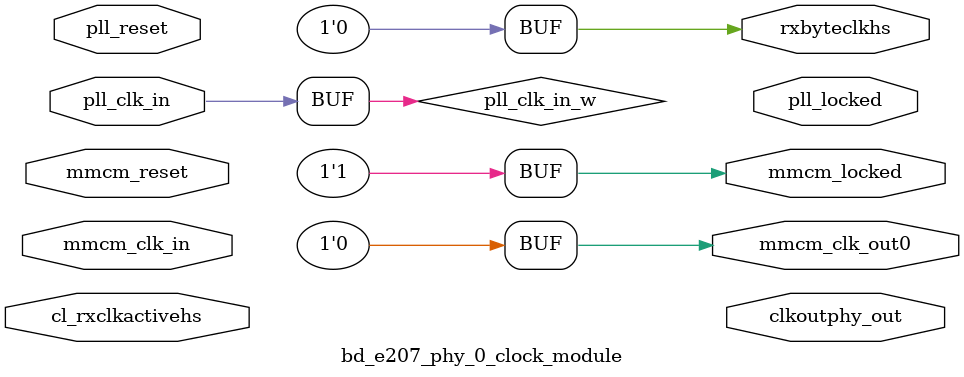
<source format=v>

`timescale 1ps/1ps

(* DowngradeIPIdentifiedWarnings="yes" *)
module bd_e207_phy_0_clock_module
#(
   parameter C_DPHY_LANES = 2,
   parameter MTBF_SYNC_STAGES = 3,
   parameter C_HS_LINE_RATE = 1000,
   parameter C_STABLE_CLK_PERIOD = 10,
   parameter C_TXPLL_CLKIN_PERIOD = 8.0,
   parameter EN_DPHY_IO = 1
   )
   (
       input               mmcm_clk_in,
       output              mmcm_clk_out0,
       input               cl_rxclkactivehs,
       output              rxbyteclkhs,
       input               pll_clk_in,
       output              clkoutphy_out,
       output              pll_locked,
       input               pll_reset,
       output              mmcm_locked,
       input               mmcm_reset
   );

   wire               pll_clk_in_w;
   wire               pll_locked_w;
   wire               pll_locked_sync;
   reg                clkoutphy_en;
   reg  [7:0]         clkoutphy_en_cntr;


assign  rxbyteclkhs   = 1'b0;
assign  mmcm_locked   = 1'b1;
assign  mmcm_clk_out0 = 1'b0;
assign  pll_clk_in_w  = pll_clk_in;

   //TXPLL Attributes for 1500 MHz CLKOUTPHY
   localparam  C_TXPLL_CLKIN_PERIOD_T   = 5.000;
   localparam  C_TXPLL_CLKOUTPHY_MODE   = "VCO";
   localparam  C_PLL_DIVCLK_DIVIDE      = 2;
   localparam  C_TXPLL_CLKFBOUT_MULT    = 15;
   localparam  C_TXPLL_CLKOUT0_DIVIDE   = 8;
   localparam  C_TXPLL_CLKOUT1_DIVIDE   = 8;

// This below logic will not get generated for Design (i.e. It will be
// generated for Exdes)
// As this module itself will not get generated if support level is 0
// This module is being used for Exdes So below logic has to be there

// ONLY FOR VERSAL 
//
// This below logic will not get generated for Design (i.e. It will be
// generated for Exdes)
// As this module itself will not get generated if support level is 0
// This module is being used for Exdes So below logic has to be there

endmodule


</source>
